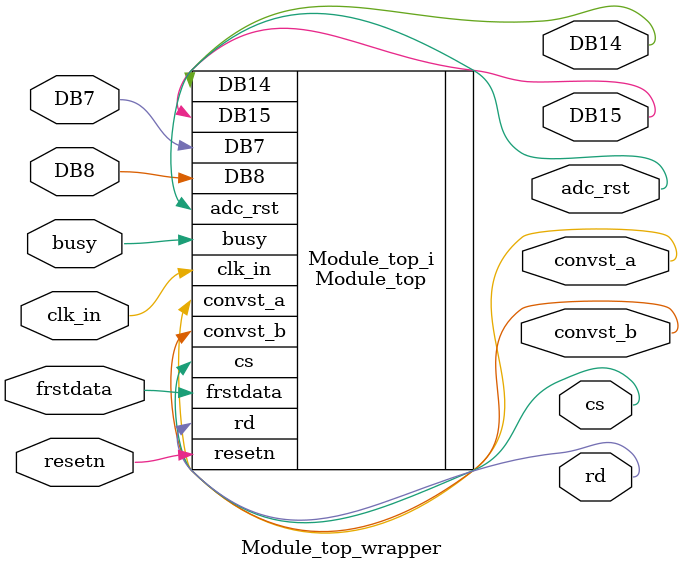
<source format=v>
`timescale 1 ps / 1 ps

module Module_top_wrapper
   (DB14,
    DB15,
    DB7,
    DB8,
    adc_rst,
    busy,
    clk_in,
    convst_a,
    convst_b,
    cs,
    frstdata,
    rd,
    resetn);
  output DB14;
  output DB15;
  input DB7;
  input DB8;
  output adc_rst;
  input busy;
  input clk_in;
  output convst_a;
  output convst_b;
  output cs;
  input frstdata;
  output rd;
  input resetn;

  wire DB14;
  wire DB15;
  wire DB7;
  wire DB8;
  wire adc_rst;
  wire busy;
  wire clk_in;
  wire convst_a;
  wire convst_b;
  wire cs;
  wire frstdata;
  wire rd;
  wire resetn;

  Module_top Module_top_i
       (.DB14(DB14),
        .DB15(DB15),
        .DB7(DB7),
        .DB8(DB8),
        .adc_rst(adc_rst),
        .busy(busy),
        .clk_in(clk_in),
        .convst_a(convst_a),
        .convst_b(convst_b),
        .cs(cs),
        .frstdata(frstdata),
        .rd(rd),
        .resetn(resetn));
endmodule

</source>
